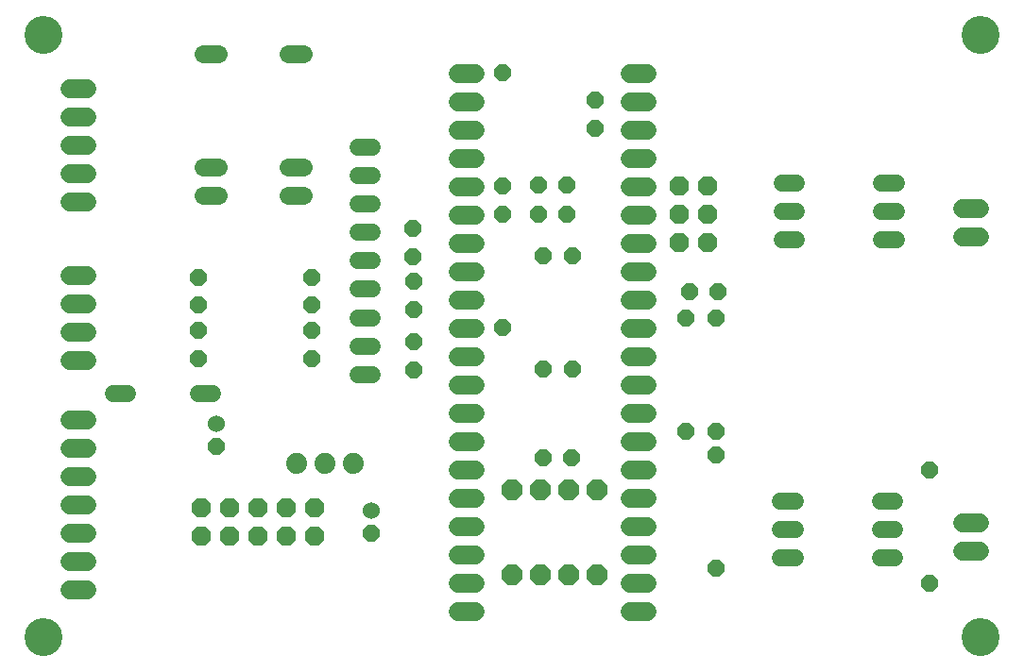
<source format=gbr>
G04 EAGLE Gerber RS-274X export*
G75*
%MOMM*%
%FSLAX34Y34*%
%LPD*%
%INSoldermask Top*%
%IPPOS*%
%AMOC8*
5,1,8,0,0,1.08239X$1,22.5*%
G01*
%ADD10C,3.403200*%
%ADD11C,1.727200*%
%ADD12C,1.524000*%
%ADD13P,1.649562X8X112.500000*%
%ADD14P,1.649562X8X292.500000*%
%ADD15C,1.625600*%
%ADD16P,1.951982X8X202.500000*%
%ADD17P,1.649562X8X22.500000*%
%ADD18C,1.879600*%
%ADD19C,1.524000*%
%ADD20P,1.869504X8X292.500000*%
%ADD21P,1.869504X8X202.500000*%


D10*
X30000Y30000D03*
X870000Y30000D03*
X870000Y570000D03*
X30000Y570000D03*
D11*
X401980Y535600D02*
X417220Y535600D01*
X417220Y510200D02*
X401980Y510200D01*
X401980Y484800D02*
X417220Y484800D01*
X417220Y459400D02*
X401980Y459400D01*
X401980Y434000D02*
X417220Y434000D01*
X417220Y408600D02*
X401980Y408600D01*
X401980Y383200D02*
X417220Y383200D01*
X417220Y357800D02*
X401980Y357800D01*
X401980Y332400D02*
X417220Y332400D01*
X417220Y307000D02*
X401980Y307000D01*
X401980Y281600D02*
X417220Y281600D01*
X417220Y256200D02*
X401980Y256200D01*
X401980Y230800D02*
X417220Y230800D01*
X417220Y205400D02*
X401980Y205400D01*
X401980Y180000D02*
X417220Y180000D01*
X417220Y154600D02*
X401980Y154600D01*
X401980Y129200D02*
X417220Y129200D01*
X417220Y103800D02*
X401980Y103800D01*
X401980Y78400D02*
X417220Y78400D01*
X417220Y53000D02*
X401980Y53000D01*
X555580Y53000D02*
X570820Y53000D01*
X570820Y78400D02*
X555580Y78400D01*
X555580Y103800D02*
X570820Y103800D01*
X570820Y129200D02*
X555580Y129200D01*
X555580Y154600D02*
X570820Y154600D01*
X570820Y180000D02*
X555580Y180000D01*
X555580Y205400D02*
X570820Y205400D01*
X570820Y230800D02*
X555580Y230800D01*
X555580Y256200D02*
X570820Y256200D01*
X570820Y281600D02*
X555580Y281600D01*
X555580Y307000D02*
X570820Y307000D01*
X570820Y332400D02*
X555580Y332400D01*
X555580Y357800D02*
X570820Y357800D01*
X570820Y383200D02*
X555580Y383200D01*
X555580Y408600D02*
X570820Y408600D01*
X570820Y434000D02*
X555580Y434000D01*
X555580Y459400D02*
X570820Y459400D01*
X570820Y484800D02*
X555580Y484800D01*
X555580Y510200D02*
X570820Y510200D01*
X570820Y535600D02*
X555580Y535600D01*
D12*
X325104Y316300D02*
X311896Y316300D01*
X311896Y265500D02*
X325104Y265500D01*
X325104Y290900D02*
X311896Y290900D01*
X311896Y393500D02*
X325104Y393500D01*
X325104Y342700D02*
X311896Y342700D01*
X311896Y368100D02*
X325104Y368100D01*
D13*
X361350Y371500D03*
X361350Y396900D03*
D14*
X361950Y294850D03*
X361950Y269450D03*
D13*
X477700Y270700D03*
X477700Y372300D03*
X503900Y270700D03*
X503900Y372300D03*
D15*
X263312Y426300D02*
X249088Y426300D01*
X187112Y426300D02*
X172888Y426300D01*
X172888Y451700D02*
X187112Y451700D01*
X249088Y451700D02*
X263312Y451700D01*
X187112Y553300D02*
X172888Y553300D01*
X249088Y553300D02*
X263312Y553300D01*
D12*
X311896Y469700D02*
X325104Y469700D01*
X325104Y418900D02*
X311896Y418900D01*
X311896Y444300D02*
X325104Y444300D01*
D11*
X68720Y521500D02*
X53480Y521500D01*
X53480Y496100D02*
X68720Y496100D01*
X68720Y470700D02*
X53480Y470700D01*
X53480Y445300D02*
X68720Y445300D01*
X68720Y419900D02*
X53480Y419900D01*
D16*
X526450Y162350D03*
X501050Y162350D03*
X475650Y162350D03*
X450250Y162350D03*
X450250Y86150D03*
X475650Y86150D03*
X501050Y86150D03*
X526450Y86150D03*
D17*
X477650Y190900D03*
X503050Y190900D03*
D18*
X257000Y185750D03*
X282400Y185750D03*
X307800Y185750D03*
D13*
X524700Y486400D03*
X524700Y511800D03*
D14*
X185100Y201140D03*
D19*
X185100Y221460D03*
D12*
X690692Y152000D02*
X703900Y152000D01*
X703900Y126600D02*
X690692Y126600D01*
X780100Y126600D02*
X793308Y126600D01*
X793308Y152000D02*
X780100Y152000D01*
X703900Y101200D02*
X690692Y101200D01*
X780100Y101200D02*
X793308Y101200D01*
X794508Y386400D02*
X781300Y386400D01*
X781300Y411800D02*
X794508Y411800D01*
X705100Y411800D02*
X691892Y411800D01*
X691892Y386400D02*
X705100Y386400D01*
X781300Y437200D02*
X794508Y437200D01*
X705100Y437200D02*
X691892Y437200D01*
D14*
X632700Y193600D03*
X632700Y92000D03*
D13*
X824600Y78600D03*
X824600Y180200D03*
D11*
X853480Y107200D02*
X868720Y107200D01*
X868720Y132600D02*
X853480Y132600D01*
X853480Y389200D02*
X868720Y389200D01*
X868720Y414600D02*
X853480Y414600D01*
D13*
X632700Y214550D03*
X632700Y316150D03*
D17*
X609200Y339550D03*
X634600Y339550D03*
D13*
X606100Y214950D03*
X606100Y316550D03*
D20*
X600300Y434400D03*
X625700Y434400D03*
X600300Y409000D03*
X625700Y409000D03*
X600300Y383600D03*
X625700Y383600D03*
D11*
X68720Y224475D02*
X53480Y224475D01*
X53480Y199075D02*
X68720Y199075D01*
X68720Y173675D02*
X53480Y173675D01*
X53480Y148275D02*
X68720Y148275D01*
X68720Y122875D02*
X53480Y122875D01*
X53480Y97475D02*
X68720Y97475D01*
X68720Y72075D02*
X53480Y72075D01*
D12*
X168796Y248650D02*
X182004Y248650D01*
X105804Y248650D02*
X92596Y248650D01*
D11*
X68720Y354000D02*
X53480Y354000D01*
X53480Y328600D02*
X68720Y328600D01*
X68720Y303200D02*
X53480Y303200D01*
X53480Y277800D02*
X68720Y277800D01*
D17*
X169300Y352200D03*
X270900Y352200D03*
X169300Y327950D03*
X270900Y327950D03*
D13*
X441500Y307600D03*
X441500Y409200D03*
D14*
X441500Y535950D03*
X441500Y434350D03*
D17*
X473700Y435200D03*
X499100Y435200D03*
X473700Y409600D03*
X499100Y409600D03*
D21*
X273050Y120650D03*
X247650Y120650D03*
X222250Y120650D03*
X196850Y120650D03*
X171450Y120650D03*
X273050Y146050D03*
X247650Y146050D03*
X222250Y146050D03*
X196850Y146050D03*
X171450Y146050D03*
D14*
X323850Y123190D03*
D19*
X323850Y143510D03*
D17*
X169300Y304800D03*
X270900Y304800D03*
X169200Y279400D03*
X270800Y279400D03*
D13*
X361950Y323850D03*
X361950Y349250D03*
M02*

</source>
